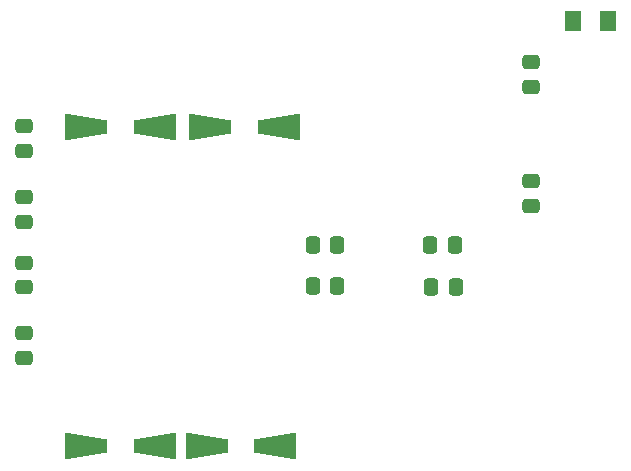
<source format=gbp>
G04 #@! TF.GenerationSoftware,KiCad,Pcbnew,9.0.3*
G04 #@! TF.CreationDate,2025-11-22T23:15:04+01:00*
G04 #@! TF.ProjectId,CheapDiffProbe,43686561-7044-4696-9666-50726f62652e,rev?*
G04 #@! TF.SameCoordinates,Original*
G04 #@! TF.FileFunction,Paste,Bot*
G04 #@! TF.FilePolarity,Positive*
%FSLAX46Y46*%
G04 Gerber Fmt 4.6, Leading zero omitted, Abs format (unit mm)*
G04 Created by KiCad (PCBNEW 9.0.3) date 2025-11-22 23:15:04*
%MOMM*%
%LPD*%
G01*
G04 APERTURE LIST*
G04 Aperture macros list*
%AMRoundRect*
0 Rectangle with rounded corners*
0 $1 Rounding radius*
0 $2 $3 $4 $5 $6 $7 $8 $9 X,Y pos of 4 corners*
0 Add a 4 corners polygon primitive as box body*
4,1,4,$2,$3,$4,$5,$6,$7,$8,$9,$2,$3,0*
0 Add four circle primitives for the rounded corners*
1,1,$1+$1,$2,$3*
1,1,$1+$1,$4,$5*
1,1,$1+$1,$6,$7*
1,1,$1+$1,$8,$9*
0 Add four rect primitives between the rounded corners*
20,1,$1+$1,$2,$3,$4,$5,0*
20,1,$1+$1,$4,$5,$6,$7,0*
20,1,$1+$1,$6,$7,$8,$9,0*
20,1,$1+$1,$8,$9,$2,$3,0*%
%AMOutline4P*
0 Free polygon, 4 corners , with rotation*
0 The origin of the aperture is its center*
0 number of corners: always 4*
0 $1 to $8 corner X, Y*
0 $9 Rotation angle, in degrees counterclockwise*
0 create outline with 4 corners*
4,1,4,$1,$2,$3,$4,$5,$6,$7,$8,$1,$2,$9*%
G04 Aperture macros list end*
%ADD10RoundRect,0.250000X0.475000X-0.337500X0.475000X0.337500X-0.475000X0.337500X-0.475000X-0.337500X0*%
%ADD11RoundRect,0.250000X0.337500X0.475000X-0.337500X0.475000X-0.337500X-0.475000X0.337500X-0.475000X0*%
%ADD12Outline4P,-1.800000X-1.150000X1.800000X-0.550000X1.800000X0.550000X-1.800000X1.150000X0.000000*%
%ADD13Outline4P,-1.800000X-1.150000X1.800000X-0.550000X1.800000X0.550000X-1.800000X1.150000X180.000000*%
%ADD14RoundRect,0.250000X-0.475000X0.337500X-0.475000X-0.337500X0.475000X-0.337500X0.475000X0.337500X0*%
%ADD15RoundRect,0.250000X-0.337500X-0.475000X0.337500X-0.475000X0.337500X0.475000X-0.337500X0.475000X0*%
%ADD16RoundRect,0.250001X-0.462499X-0.624999X0.462499X-0.624999X0.462499X0.624999X-0.462499X0.624999X0*%
G04 APERTURE END LIST*
D10*
X113000000Y-79500000D03*
X113000000Y-77425000D03*
D11*
X149575000Y-73500000D03*
X147500000Y-73500000D03*
D12*
X118300000Y-60000000D03*
D13*
X124100000Y-60000000D03*
D11*
X149500000Y-70000000D03*
X147425000Y-70000000D03*
X139575000Y-69950000D03*
X137500000Y-69950000D03*
D12*
X128800000Y-60000000D03*
D13*
X134600000Y-60000000D03*
D12*
X118300000Y-87000000D03*
D13*
X124100000Y-87000000D03*
D14*
X155975000Y-64575000D03*
X155975000Y-66650000D03*
D10*
X113000000Y-62000000D03*
X113000000Y-59925000D03*
X113000000Y-68000000D03*
X113000000Y-65925000D03*
D14*
X155975000Y-54500000D03*
X155975000Y-56575000D03*
D15*
X137500000Y-73450000D03*
X139575000Y-73450000D03*
D16*
X159500000Y-51000000D03*
X162475000Y-51000000D03*
D12*
X128500000Y-87000000D03*
D13*
X134300000Y-87000000D03*
D10*
X113000000Y-73537500D03*
X113000000Y-71462500D03*
M02*

</source>
